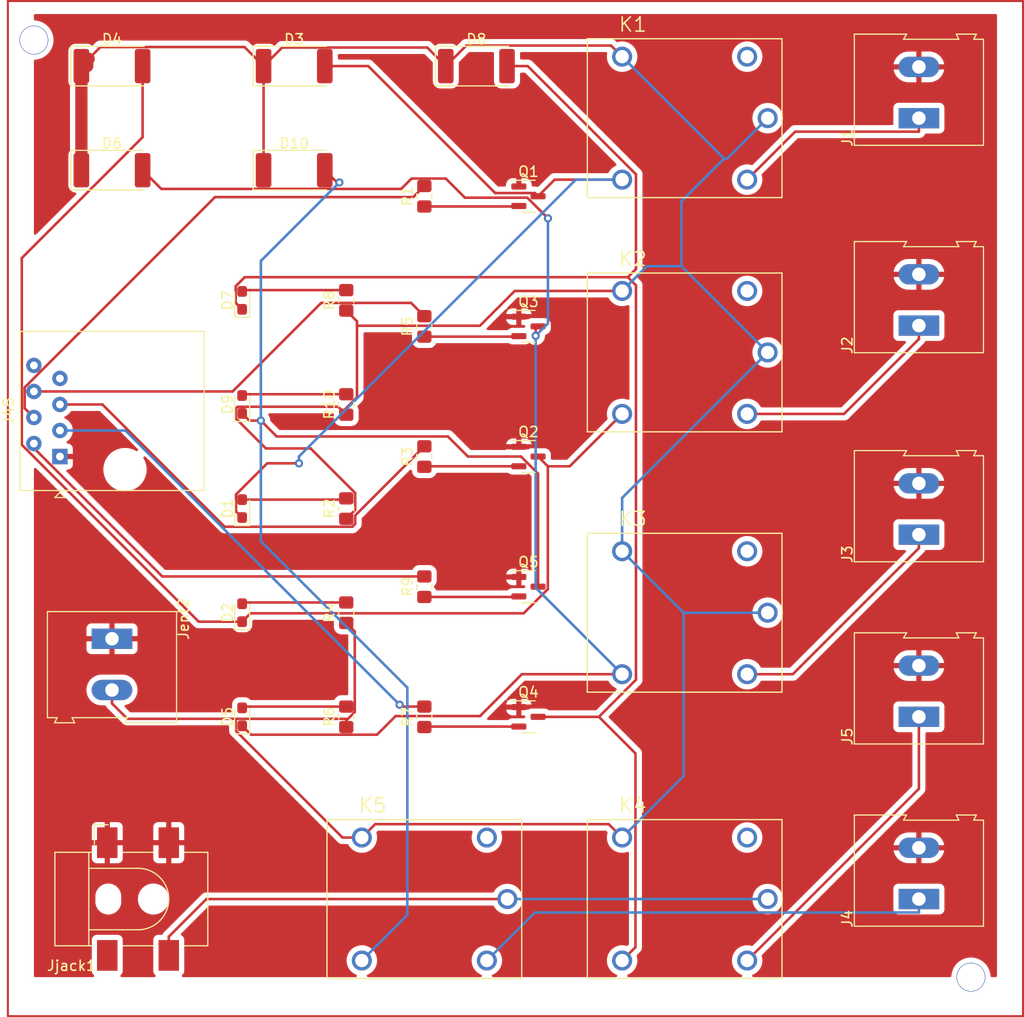
<source format=kicad_pcb>
(kicad_pcb (version 20211014) (generator pcbnew)
  (layers (0 "F.Cu" signal) (31 "B.Cu" signal) (34 "B.Paste" user) (35 "F.Paste" user) (36 "B.SilkS" user "B.Silkscreen") (37 "F.SilkS" user "F.Silkscreen") (38 "B.Mask" user) (39 "F.Mask" user) (44 "Edge.Cuts" user))
  (net 0 "")
  (net 1 "Net-(D1-Pad1)")
  (net 2 "Net-(D1-Pad2)")
  (net 3 "Net-(D2-Pad1)")
  (net 4 "Net-(D2-Pad2)")
  (net 5 "Net-(D5-Pad1)")
  (net 6 "Net-(D5-Pad2)")
  (net 7 "Net-(D7-Pad1)")
  (net 8 "Net-(D7-Pad2)")
  (net 9 "Net-(D10-Pad2)")
  (net 10 "Net-(D9-Pad2)")
  (net 11 "Net-(J1-Pad1)")
  (net 12 "GNDA")
  (net 13 "Net-(J2-Pad1)")
  (net 14 "Net-(J3-Pad1)")
  (net 15 "Net-(J4-Pad1)")
  (net 16 "Net-(J5-Pad1)")
  (net 17 "/ElectroV_Potencia/VCC_12")
  (net 23 "Net-(Q1-Pad2)")
  (net 24 "Net-(Q2-Pad2)")
  (net 25 "Net-(Q3-Pad2)")
  (net 26 "Net-(Q4-Pad2)")
  (net 27 "Net-(Q5-Pad2)")
  (net 28 "/Potencia_Boma/Cb_1")
  (net 29 "/Potencia_Boma/Cb_2")
  (net 30 "/Potencia_Boma/Cb_3")
  (net 31 "/ElectroV_Potencia/Ev_1")
  (net 32 "/ElectroV_Potencia/Ev_2")
  (net 35 "/ElectroV_Potencia/VCC_5")
  (footprint "LED_SMD:LED_0603_1608Metric_Pad1.05x0.95mm_HandSolder" (layer "F.Cu") (at 55.88 53.34 90)
    (fp_text reference "D7" (at 0 -1.43 90) (layer "F.SilkS"))
    (fp_text value "LED")
    (pad "1" smd roundrect (at -0.875 0 90) (size 1.05 0.95) (layers "F.Cu" "F.Paste" "F.Mask") (net 7 "Net-(D7-Pad1)"))
    (pad "2" smd roundrect (at 0.875 0 90) (size 1.05 0.95) (layers "F.Cu" "F.Paste" "F.Mask") (net 8 "Net-(D7-Pad2)"))
  )
  (footprint "Connector_BarrelJack:BarrelJack_CLIFF_FC681465S_SMT_Horizontal" (layer "F.Cu") (at 45.72 111.76)
    (fp_text reference "Jjack1" (at -6.5 6.5 180) (layer "F.SilkS"))
    (fp_text value "Jack-DC")
    (pad "" np_thru_hole circle (at 1.5 0 90) (size 2 2) (drill 2) (layers *.Cu *.Mask))
    (pad "" np_thru_hole oval (at -2.9 0 90) (size 2 1.5) (drill oval 2 1.5) (layers *.Cu *.Mask))
    (pad "1" smd rect (at -3 -5.5 90) (size 3 2) (layers "F.Cu" "F.Paste" "F.Mask") (net 12 "GNDA"))
    (pad "1" smd rect (at 3 -5.5 90) (size 3 2) (layers "F.Cu" "F.Paste" "F.Mask") (net 12 "GNDA"))
    (pad "2" smd rect (at 3 5.5 90) (size 3 2) (layers "F.Cu" "F.Paste" "F.Mask") (net 17 "/ElectroV_Potencia/VCC_12"))
    (pad "3" smd rect (at -3 5.5 90) (size 3 2) (layers "F.Cu" "F.Paste" "F.Mask"))
  )
  (footprint "JQC-3F-1C:RELAY_JQC-3F-1C-24VDC" (layer "F.Cu") (at 99.06 35.56)
    (fp_text reference "K1" (at -5.055 -9.139) (layer "F.SilkS") (effects (font (size 1.4 1.4))))
    (fp_text value "JQC-3F-1C-24VDC")
    (pad "COIL1" thru_hole circle (at -6.1 -6) (size 1.95 1.95) (drill 1.3) (layers *.Cu *.Mask) (net 35 "/ElectroV_Potencia/VCC_5"))
    (pad "COIL2" thru_hole circle (at -6.1 6) (size 1.95 1.95) (drill 1.3) (layers *.Cu *.Mask) (net 1 "Net-(D1-Pad1)"))
    (pad "COM" thru_hole circle (at 8.1 0) (size 1.95 1.95) (drill 1.3) (layers *.Cu *.Mask) (net 35 "/ElectroV_Potencia/VCC_5"))
    (pad "NC" thru_hole circle (at 6.1 -6) (size 1.95 1.95) (drill 1.3) (layers *.Cu *.Mask))
    (pad "NO" thru_hole circle (at 6.1 6) (size 1.95 1.95) (drill 1.3) (layers *.Cu *.Mask) (net 11 "Net-(J1-Pad1)"))
  )
  (footprint "TerminalBlock:TerminalBlock_Altech_AK300-2_P5.00mm" (layer "F.Cu") (at 43.18 86.36 -90)
    (fp_text reference "Jent2" (at -1.92 -6.99 90) (layer "F.SilkS"))
    (fp_text value "Screw_Terminal_01x02")
    (pad "1" thru_hole rect (at 0 0 270) (size 1.98 3.96) (drill 1.32) (layers *.Cu *.Mask) (net 12 "GNDA"))
    (pad "2" thru_hole oval (at 5 0 270) (size 1.98 3.96) (drill 1.32) (layers *.Cu *.Mask) (net 35 "/ElectroV_Potencia/VCC_5"))
  )
  (footprint "Resistor_SMD:R_0805_2012Metric_Pad1.20x1.40mm_HandSolder" (layer "F.Cu") (at 66.04 53.34 90)
    (fp_text reference "R8" (at 0 -1.65 90) (layer "F.SilkS"))
    (fp_text value "1k")
    (pad "1" smd roundrect (at -1 0 90) (size 1.2 1.4) (layers "F.Cu" "F.Paste" "F.Mask") (roundrect_rratio 0.208333) (net 35 "/ElectroV_Potencia/VCC_5"))
    (pad "2" smd roundrect (at 1 0 90) (size 1.2 1.4) (layers "F.Cu" "F.Paste" "F.Mask") (roundrect_rratio 0.208333) (net 8 "Net-(D7-Pad2)"))
  )
  (footprint "LED_SMD:LED_0603_1608Metric_Pad1.05x0.95mm_HandSolder" (layer "F.Cu") (at 55.88 93.98 90)
    (fp_text reference "D5" (at 0 -1.43 90) (layer "F.SilkS"))
    (fp_text value "LED")
    (pad "1" smd roundrect (at -0.875 0 90) (size 1.05 0.95) (layers "F.Cu" "F.Paste" "F.Mask") (net 5 "Net-(D5-Pad1)"))
    (pad "2" smd roundrect (at 0.875 0 90) (size 1.05 0.95) (layers "F.Cu" "F.Paste" "F.Mask") (net 6 "Net-(D5-Pad2)"))
  )
  (footprint "TerminalBlock:TerminalBlock_Altech_AK300-2_P5.00mm" (layer "F.Cu") (at 121.92 55.8 90)
    (fp_text reference "J2" (at -1.92 -6.99 90) (layer "F.SilkS"))
    (fp_text value "Screw_Terminal_01x02")
    (pad "1" thru_hole rect (at 0 0 90) (size 1.98 3.96) (drill 1.32) (layers *.Cu *.Mask) (net 13 "Net-(J2-Pad1)"))
    (pad "2" thru_hole oval (at 5 0 90) (size 1.98 3.96) (drill 1.32) (layers *.Cu *.Mask) (net 12 "GNDA"))
  )
  (footprint "Resistor_SMD:R_0805_2012Metric_Pad1.20x1.40mm_HandSolder" (layer "F.Cu") (at 73.66 68.58 90)
    (fp_text reference "R3" (at 0 -1.65 90) (layer "F.SilkS"))
    (fp_text value "2.2k")
    (pad "1" smd roundrect (at -1 0 90) (size 1.2 1.4) (layers "F.Cu" "F.Paste" "F.Mask") (roundrect_rratio 0.208333) (net 24 "Net-(Q2-Pad2)"))
    (pad "2" smd roundrect (at 1 0 90) (size 1.2 1.4) (layers "F.Cu" "F.Paste" "F.Mask") (roundrect_rratio 0.208333) (net 29 "/Potencia_Boma/Cb_2"))
  )
  (footprint "Package_TO_SOT_SMD:SOT-23" (layer "F.Cu") (at 83.82 68.58)
    (fp_text reference "Q2" (at 0 -2.4) (layer "F.SilkS"))
    (fp_text value "2N2219")
    (pad "1" smd roundrect (at -0.9375 -0.95) (size 1.475 0.6) (layers "F.Cu" "F.Paste" "F.Mask") (net 12 "GNDA"))
    (pad "2" smd roundrect (at -0.9375 0.95) (size 1.475 0.6) (layers "F.Cu" "F.Paste" "F.Mask") (net 24 "Net-(Q2-Pad2)"))
    (pad "3" smd roundrect (at 0.9375 0) (size 1.475 0.6) (layers "F.Cu" "F.Paste" "F.Mask") (net 3 "Net-(D2-Pad1)"))
  )
  (footprint "TerminalBlock:TerminalBlock_Altech_AK300-2_P5.00mm" (layer "F.Cu") (at 121.92 76.2 90)
    (fp_text reference "J3" (at -1.92 -6.99 90) (layer "F.SilkS"))
    (fp_text value "Screw_Terminal_01x02")
    (pad "1" thru_hole rect (at 0 0 90) (size 1.98 3.96) (drill 1.32) (layers *.Cu *.Mask) (net 14 "Net-(J3-Pad1)"))
    (pad "2" thru_hole oval (at 5 0 90) (size 1.98 3.96) (drill 1.32) (layers *.Cu *.Mask) (net 12 "GNDA"))
  )
  (footprint "Package_TO_SOT_SMD:SOT-23" (layer "F.Cu") (at 83.82 43.18)
    (fp_text reference "Q1" (at 0 -2.4) (layer "F.SilkS"))
    (fp_text value "2N2219")
    (pad "1" smd roundrect (at -0.9375 -0.95) (size 1.475 0.6) (layers "F.Cu" "F.Paste" "F.Mask") (net 12 "GNDA"))
    (pad "2" smd roundrect (at -0.9375 0.95) (size 1.475 0.6) (layers "F.Cu" "F.Paste" "F.Mask") (net 23 "Net-(Q1-Pad2)"))
    (pad "3" smd roundrect (at 0.9375 0) (size 1.475 0.6) (layers "F.Cu" "F.Paste" "F.Mask") (net 1 "Net-(D1-Pad1)"))
  )
  (footprint "JQC-3F-1C:RELAY_JQC-3F-1C-24VDC" (layer "F.Cu") (at 73.66 111.76)
    (fp_text reference "K5" (at -5.055 -9.139) (layer "F.SilkS") (effects (font (size 1.4 1.4))))
    (fp_text value "JQC-3F-1C-24VDC")
    (pad "COIL1" thru_hole circle (at -6.1 -6) (size 1.95 1.95) (drill 1.3) (layers *.Cu *.Mask) (net 35 "/ElectroV_Potencia/VCC_5"))
    (pad "COIL2" thru_hole circle (at -6.1 6) (size 1.95 1.95) (drill 1.3) (layers *.Cu *.Mask) (net 9 "Net-(D10-Pad2)"))
    (pad "COM" thru_hole circle (at 8.1 0) (size 1.95 1.95) (drill 1.3) (layers *.Cu *.Mask) (net 17 "/ElectroV_Potencia/VCC_12"))
    (pad "NC" thru_hole circle (at 6.1 -6) (size 1.95 1.95) (drill 1.3) (layers *.Cu *.Mask))
    (pad "NO" thru_hole circle (at 6.1 6) (size 1.95 1.95) (drill 1.3) (layers *.Cu *.Mask) (net 15 "Net-(J4-Pad1)"))
  )
  (footprint "Connector_RJ:RJ45_Amphenol_54602-x08_Horizontal" (layer "F.Cu") (at 38.1 68.58 90)
    (fp_text reference "J45" (at 4.445 -5 90) (layer "F.SilkS"))
    (fp_text value "RJ45")
    (pad "" np_thru_hole circle (at -1.27 6.35 90) (size 3.2 3.2) (drill 3.2) (layers *.Cu *.Mask))
    (pad "" np_thru_hole circle (at 10.16 6.35 90) (size 3.2 3.2) (drill 3.2) (layers *.Cu *.Mask))
    (pad "1" thru_hole rect (at 0 0 90) (size 1.5 1.5) (drill 0.76) (layers *.Cu *.Mask) (net 12 "GNDA"))
    (pad "2" thru_hole circle (at 1.27 -2.54 90) (size 1.5 1.5) (drill 0.76) (layers *.Cu *.Mask) (net 32 "/ElectroV_Potencia/Ev_2"))
    (pad "3" thru_hole circle (at 2.54 0 90) (size 1.5 1.5) (drill 0.76) (layers *.Cu *.Mask) (net 31 "/ElectroV_Potencia/Ev_1"))
    (pad "4" thru_hole circle (at 3.81 -2.54 90) (size 1.5 1.5) (drill 0.76) (layers *.Cu *.Mask) (net 28 "/Potencia_Boma/Cb_1"))
    (pad "5" thru_hole circle (at 5.08 0 90) (size 1.5 1.5) (drill 0.76) (layers *.Cu *.Mask) (net 29 "/Potencia_Boma/Cb_2"))
    (pad "6" thru_hole circle (at 6.35 -2.54 90) (size 1.5 1.5) (drill 0.76) (layers *.Cu *.Mask) (net 30 "/Potencia_Boma/Cb_3"))
    (pad "7" thru_hole circle (at 7.62 0 90) (size 1.5 1.5) (drill 0.76) (layers *.Cu *.Mask))
    (pad "8" thru_hole circle (at 8.89 -2.54 90) (size 1.5 1.5) (drill 0.76) (layers *.Cu *.Mask))
  )
  (footprint "JQC-3F-1C:RELAY_JQC-3F-1C-24VDC" (layer "F.Cu") (at 99.06 58.42)
    (fp_text reference "K2" (at -5.055 -9.139) (layer "F.SilkS") (effects (font (size 1.4 1.4))))
    (fp_text value "JQC-3F-1C-24VDC")
    (pad "COIL1" thru_hole circle (at -6.1 -6) (size 1.95 1.95) (drill 1.3) (layers *.Cu *.Mask) (net 35 "/ElectroV_Potencia/VCC_5"))
    (pad "COIL2" thru_hole circle (at -6.1 6) (size 1.95 1.95) (drill 1.3) (layers *.Cu *.Mask) (net 3 "Net-(D2-Pad1)"))
    (pad "COM" thru_hole circle (at 8.1 0) (size 1.95 1.95) (drill 1.3) (layers *.Cu *.Mask) (net 35 "/ElectroV_Potencia/VCC_5"))
    (pad "NC" thru_hole circle (at 6.1 -6) (size 1.95 1.95) (drill 1.3) (layers *.Cu *.Mask))
    (pad "NO" thru_hole circle (at 6.1 6) (size 1.95 1.95) (drill 1.3) (layers *.Cu *.Mask) (net 13 "Net-(J2-Pad1)"))
  )
  (footprint "Resistor_SMD:R_0805_2012Metric_Pad1.20x1.40mm_HandSolder" (layer "F.Cu") (at 66.04 93.98 90)
    (fp_text reference "R6" (at 0 -1.65 90) (layer "F.SilkS"))
    (fp_text value "1k")
    (pad "1" smd roundrect (at -1 0 90) (size 1.2 1.4) (layers "F.Cu" "F.Paste" "F.Mask") (roundrect_rratio 0.208333) (net 35 "/ElectroV_Potencia/VCC_5"))
    (pad "2" smd roundrect (at 1 0 90) (size 1.2 1.4) (layers "F.Cu" "F.Paste" "F.Mask") (roundrect_rratio 0.208333) (net 6 "Net-(D5-Pad2)"))
  )
  (footprint "TerminalBlock:TerminalBlock_Altech_AK300-2_P5.00mm" (layer "F.Cu") (at 121.92 93.98 90)
    (fp_text reference "J5" (at -1.92 -6.99 90) (layer "F.SilkS"))
    (fp_text value "Screw_Terminal_01x02")
    (pad "1" thru_hole rect (at 0 0 90) (size 1.98 3.96) (drill 1.32) (layers *.Cu *.Mask) (net 16 "Net-(J5-Pad1)"))
    (pad "2" thru_hole oval (at 5 0 90) (size 1.98 3.96) (drill 1.32) (layers *.Cu *.Mask) (net 12 "GNDA"))
  )
  (footprint "Resistor_SMD:R_0805_2012Metric_Pad1.20x1.40mm_HandSolder" (layer "F.Cu") (at 73.66 93.98 90)
    (fp_text reference "R7" (at 0 -1.65 90) (layer "F.SilkS"))
    (fp_text value "2.2k")
    (pad "1" smd roundrect (at -1 0 90) (size 1.2 1.4) (layers "F.Cu" "F.Paste" "F.Mask") (roundrect_rratio 0.208333) (net 26 "Net-(Q4-Pad2)"))
    (pad "2" smd roundrect (at 1 0 90) (size 1.2 1.4) (layers "F.Cu" "F.Paste" "F.Mask") (roundrect_rratio 0.208333) (net 31 "/ElectroV_Potencia/Ev_1"))
  )
  (footprint "Diode_SMD:D_2512_6332Metric_Pad1.52x3.35mm_HandSolder" (layer "F.Cu") (at 60.96 40.64)
    (fp_text reference "D10" (at 0 -2.62) (layer "F.SilkS"))
    (fp_text value "1N4004")
    (pad "1" smd roundrect (at -2.9875 0) (size 1.525 3.35) (layers "F.Cu" "F.Paste" "F.Mask") (roundrect_rratio 0.163934) (net 35 "/ElectroV_Potencia/VCC_5"))
    (pad "2" smd roundrect (at 2.9875 0) (size 1.525 3.35) (layers "F.Cu" "F.Paste" "F.Mask") (roundrect_rratio 0.163934) (net 9 "Net-(D10-Pad2)"))
  )
  (footprint "Resistor_SMD:R_0805_2012Metric_Pad1.20x1.40mm_HandSolder" (layer "F.Cu") (at 73.66 43.18 90)
    (fp_text reference "R1" (at 0 -1.65 90) (layer "F.SilkS"))
    (fp_text value "2.2k")
    (pad "1" smd roundrect (at -1 0 90) (size 1.2 1.4) (layers "F.Cu" "F.Paste" "F.Mask") (roundrect_rratio 0.208333) (net 23 "Net-(Q1-Pad2)"))
    (pad "2" smd roundrect (at 1 0 90) (size 1.2 1.4) (layers "F.Cu" "F.Paste" "F.Mask") (roundrect_rratio 0.208333) (net 28 "/Potencia_Boma/Cb_1"))
  )
  (footprint "Diode_SMD:D_2512_6332Metric_Pad1.52x3.35mm_HandSolder" (layer "F.Cu") (at 78.74 30.48)
    (fp_text reference "D8" (at 0 -2.62) (layer "F.SilkS"))
    (fp_text value "1N4004")
    (pad "1" smd roundrect (at -2.9875 0) (size 1.525 3.35) (layers "F.Cu" "F.Paste" "F.Mask") (roundrect_rratio 0.163934) (net 35 "/ElectroV_Potencia/VCC_5"))
    (pad "2" smd roundrect (at 2.9875 0) (size 1.525 3.35) (layers "F.Cu" "F.Paste" "F.Mask") (roundrect_rratio 0.163934) (net 7 "Net-(D7-Pad1)"))
  )
  (footprint "Resistor_SMD:R_0805_2012Metric_Pad1.20x1.40mm_HandSolder" (layer "F.Cu") (at 73.66 81.28 90)
    (fp_text reference "R9" (at 0 -1.65 90) (layer "F.SilkS"))
    (fp_text value "2.2k")
    (pad "1" smd roundrect (at -1 0 90) (size 1.2 1.4) (layers "F.Cu" "F.Paste" "F.Mask") (roundrect_rratio 0.208333) (net 27 "Net-(Q5-Pad2)"))
    (pad "2" smd roundrect (at 1 0 90) (size 1.2 1.4) (layers "F.Cu" "F.Paste" "F.Mask") (roundrect_rratio 0.208333) (net 32 "/ElectroV_Potencia/Ev_2"))
  )
  (footprint "LED_SMD:LED_0603_1608Metric_Pad1.05x0.95mm_HandSolder" (layer "F.Cu") (at 55.88 83.82 90)
    (fp_text reference "D2" (at 0 -1.43 90) (layer "F.SilkS"))
    (fp_text value "LED")
    (pad "1" smd roundrect (at -0.875 0 90) (size 1.05 0.95) (layers "F.Cu" "F.Paste" "F.Mask") (net 3 "Net-(D2-Pad1)"))
    (pad "2" smd roundrect (at 0.875 0 90) (size 1.05 0.95) (layers "F.Cu" "F.Paste" "F.Mask") (net 4 "Net-(D2-Pad2)"))
  )
  (footprint "JQC-3F-1C:RELAY_JQC-3F-1C-24VDC" (layer "F.Cu") (at 99.06 83.82)
    (fp_text reference "K3" (at -5.055 -9.139) (layer "F.SilkS") (effects (font (size 1.4 1.4))))
    (fp_text value "JQC-3F-1C-24VDC")
    (pad "COIL1" thru_hole circle (at -6.1 -6) (size 1.95 1.95) (drill 1.3) (layers *.Cu *.Mask) (net 35 "/ElectroV_Potencia/VCC_5"))
    (pad "COIL2" thru_hole circle (at -6.1 6) (size 1.95 1.95) (drill 1.3) (layers *.Cu *.Mask) (net 5 "Net-(D5-Pad1)"))
    (pad "COM" thru_hole circle (at 8.1 0) (size 1.95 1.95) (drill 1.3) (layers *.Cu *.Mask) (net 35 "/ElectroV_Potencia/VCC_5"))
    (pad "NC" thru_hole circle (at 6.1 -6) (size 1.95 1.95) (drill 1.3) (layers *.Cu *.Mask))
    (pad "NO" thru_hole circle (at 6.1 6) (size 1.95 1.95) (drill 1.3) (layers *.Cu *.Mask) (net 14 "Net-(J3-Pad1)"))
  )
  (footprint "TerminalBlock:TerminalBlock_Altech_AK300-2_P5.00mm" (layer "F.Cu") (at 121.92 111.76 90)
    (fp_text reference "J4" (at -1.92 -6.99 90) (layer "F.SilkS"))
    (fp_text value "Screw_Terminal_01x02")
    (pad "1" thru_hole rect (at 0 0 90) (size 1.98 3.96) (drill 1.32) (layers *.Cu *.Mask) (net 15 "Net-(J4-Pad1)"))
    (pad "2" thru_hole oval (at 5 0 90) (size 1.98 3.96) (drill 1.32) (layers *.Cu *.Mask) (net 12 "GNDA"))
  )
  (footprint "Package_TO_SOT_SMD:SOT-23" (layer "F.Cu") (at 83.82 93.98)
    (fp_text reference "Q4" (at 0 -2.4) (layer "F.SilkS"))
    (fp_text value "2N2219")
    (pad "1" smd roundrect (at -0.9375 -0.95) (size 1.475 0.6) (layers "F.Cu" "F.Paste" "F.Mask") (net 12 "GNDA"))
    (pad "2" smd roundrect (at -0.9375 0.95) (size 1.475 0.6) (layers "F.Cu" "F.Paste" "F.Mask") (net 26 "Net-(Q4-Pad2)"))
    (pad "3" smd roundrect (at 0.9375 0) (size 1.475 0.6) (layers "F.Cu" "F.Paste" "F.Mask") (net 7 "Net-(D7-Pad1)"))
  )
  (footprint "Package_TO_SOT_SMD:SOT-23" (layer "F.Cu") (at 83.82 55.88)
    (fp_text reference "Q3" (at 0 -2.4) (layer "F.SilkS"))
    (fp_text value "2N2219")
    (pad "1" smd roundrect (at -0.9375 -0.95) (size 1.475 0.6) (layers "F.Cu" "F.Paste" "F.Mask") (net 12 "GNDA"))
    (pad "2" smd roundrect (at -0.9375 0.95) (size 1.475 0.6) (layers "F.Cu" "F.Paste" "F.Mask") (net 25 "Net-(Q3-Pad2)"))
    (pad "3" smd roundrect (at 0.9375 0) (size 1.475 0.6) (layers "F.Cu" "F.Paste" "F.Mask") (net 5 "Net-(D5-Pad1)"))
  )
  (footprint "Resistor_SMD:R_0805_2012Metric_Pad1.20x1.40mm_HandSolder" (layer "F.Cu") (at 66.04 83.82 90)
    (fp_text reference "R4" (at 0 -1.65 90) (layer "F.SilkS"))
    (fp_text value "1k")
    (pad "1" smd roundrect (at -1 0 90) (size 1.2 1.4) (layers "F.Cu" "F.Paste" "F.Mask") (roundrect_rratio 0.208333) (net 35 "/ElectroV_Potencia/VCC_5"))
    (pad "2" smd roundrect (at 1 0 90) (size 1.2 1.4) (layers "F.Cu" "F.Paste" "F.Mask") (roundrect_rratio 0.208333) (net 4 "Net-(D2-Pad2)"))
  )
  (footprint "TerminalBlock:TerminalBlock_Altech_AK300-2_P5.00mm" (layer "F.Cu") (at 121.92 35.56 90)
    (fp_text reference "J1" (at -1.92 -6.99 90) (layer "F.SilkS"))
    (fp_text value "Screw_Terminal_01x02")
    (pad "1" thru_hole rect (at 0 0 90) (size 1.98 3.96) (drill 1.32) (layers *.Cu *.Mask) (net 11 "Net-(J1-Pad1)"))
    (pad "2" thru_hole oval (at 5 0 90) (size 1.98 3.96) (drill 1.32) (layers *.Cu *.Mask) (net 12 "GNDA"))
  )
  (footprint "Diode_SMD:D_2512_6332Metric_Pad1.52x3.35mm_HandSolder" (layer "F.Cu") (at 60.96 30.48)
    (fp_text reference "D3" (at 0 -2.62) (layer "F.SilkS"))
    (fp_text value "1N4004")
    (pad "1" smd roundrect (at -2.9875 0) (size 1.525 3.35) (layers "F.Cu" "F.Paste" "F.Mask") (roundrect_rratio 0.163934) (net 35 "/ElectroV_Potencia/VCC_5"))
    (pad "2" smd roundrect (at 2.9875 0) (size 1.525 3.35) (layers "F.Cu" "F.Paste" "F.Mask") (roundrect_rratio 0.163934) (net 1 "Net-(D1-Pad1)"))
  )
  (footprint "Resistor_SMD:R_0805_2012Metric_Pad1.20x1.40mm_HandSolder" (layer "F.Cu") (at 66.04 73.66 90)
    (fp_text reference "R2" (at 0 -1.65 90) (layer "F.SilkS"))
    (fp_text value "1k")
    (pad "1" smd roundrect (at -1 0 90) (size 1.2 1.4) (layers "F.Cu" "F.Paste" "F.Mask") (roundrect_rratio 0.208333) (net 35 "/ElectroV_Potencia/VCC_5"))
    (pad "2" smd roundrect (at 1 0 90) (size 1.2 1.4) (layers "F.Cu" "F.Paste" "F.Mask") (roundrect_rratio 0.208333) (net 2 "Net-(D1-Pad2)"))
  )
  (footprint "JQC-3F-1C:RELAY_JQC-3F-1C-24VDC" (layer "F.Cu") (at 99.06 111.76)
    (fp_text reference "K4" (at -5.055 -9.139) (layer "F.SilkS") (effects (font (size 1.4 1.4))))
    (fp_text value "JQC-3F-1C-24VDC")
    (pad "COIL1" thru_hole circle (at -6.1 -6) (size 1.95 1.95) (drill 1.3) (layers *.Cu *.Mask) (net 35 "/ElectroV_Potencia/VCC_5"))
    (pad "COIL2" thru_hole circle (at -6.1 6) (size 1.95 1.95) (drill 1.3) (layers *.Cu *.Mask) (net 7 "Net-(D7-Pad1)"))
    (pad "COM" thru_hole circle (at 8.1 0) (size 1.95 1.95) (drill 1.3) (layers *.Cu *.Mask) (net 17 "/ElectroV_Potencia/VCC_12"))
    (pad "NC" thru_hole circle (at 6.1 -6) (size 1.95 1.95) (drill 1.3) (layers *.Cu *.Mask))
    (pad "NO" thru_hole circle (at 6.1 6) (size 1.95 1.95) (drill 1.3) (layers *.Cu *.Mask) (net 16 "Net-(J5-Pad1)"))
  )
  (footprint "Diode_SMD:D_2512_6332Metric_Pad1.52x3.35mm_HandSolder" (layer "F.Cu") (at 43.18 40.64)
    (fp_text reference "D6" (at 0 -2.62) (layer "F.SilkS"))
    (fp_text value "1N4004")
    (pad "1" smd roundrect (at -2.9875 0) (size 1.525 3.35) (layers "F.Cu" "F.Paste" "F.Mask") (roundrect_rratio 0.163934) (net 35 "/ElectroV_Potencia/VCC_5"))
    (pad "2" smd roundrect (at 2.9875 0) (size 1.525 3.35) (layers "F.Cu" "F.Paste" "F.Mask") (roundrect_rratio 0.163934) (net 5 "Net-(D5-Pad1)"))
  )
  (footprint "LED_SMD:LED_0603_1608Metric_Pad1.05x0.95mm_HandSolder" (layer "F.Cu") (at 55.88 63.5 90)
    (fp_text reference "D9" (at 0 -1.43 90) (layer "F.SilkS"))
    (fp_text value "LED")
    (pad "1" smd roundrect (at -0.875 0 90) (size 1.05 0.95) (layers "F.Cu" "F.Paste" "F.Mask") (net 9 "Net-(D10-Pad2)"))
    (pad "2" smd roundrect (at 0.875 0 90) (size 1.05 0.95) (layers "F.Cu" "F.Paste" "F.Mask") (net 10 "Net-(D9-Pad2)"))
  )
  (footprint "LED_SMD:LED_0603_1608Metric_Pad1.05x0.95mm_HandSolder" (layer "F.Cu") (at 55.88 73.66 90)
    (fp_text reference "D1" (at 0 -1.43 90) (layer "F.SilkS"))
    (fp_text value "LED")
    (pad "1" smd roundrect (at -0.875 0 90) (size 1.05 0.95) (layers "F.Cu" "F.Paste" "F.Mask") (net 1 "Net-(D1-Pad1)"))
    (pad "2" smd roundrect (at 0.875 0 90) (size 1.05 0.95) (layers "F.Cu" "F.Paste" "F.Mask") (net 2 "Net-(D1-Pad2)"))
  )
  (footprint "Resistor_SMD:R_0805_2012Metric_Pad1.20x1.40mm_HandSolder" (layer "F.Cu") (at 73.66 55.88 90)
    (fp_text reference "R5" (at 0 -1.65 90) (layer "F.SilkS"))
    (fp_text value "2.2k")
    (pad "1" smd roundrect (at -1 0 90) (size 1.2 1.4) (layers "F.Cu" "F.Paste" "F.Mask") (roundrect_rratio 0.208333) (net 25 "Net-(Q3-Pad2)"))
    (pad "2" smd roundrect (at 1 0 90) (size 1.2 1.4) (layers "F.Cu" "F.Paste" "F.Mask") (roundrect_rratio 0.208333) (net 30 "/Potencia_Boma/Cb_3"))
  )
  (footprint "Diode_SMD:D_2512_6332Metric_Pad1.52x3.35mm_HandSolder" (layer "F.Cu") (at 43.18 30.48)
    (fp_text reference "D4" (at 0 -2.62) (layer "F.SilkS"))
    (fp_text value "1N4004")
    (pad "1" smd roundrect (at -2.9875 0) (size 1.525 3.35) (layers "F.Cu" "F.Paste" "F.Mask") (roundrect_rratio 0.163934) (net 35 "/ElectroV_Potencia/VCC_5"))
    (pad "2" smd roundrect (at 2.9875 0) (size 1.525 3.35) (layers "F.Cu" "F.Paste" "F.Mask") (roundrect_rratio 0.163934) (net 3 "Net-(D2-Pad1)"))
  )
  (footprint "Resistor_SMD:R_0805_2012Metric_Pad1.20x1.40mm_HandSolder" (layer "F.Cu") (at 66.04 63.5 90)
    (fp_text reference "R10" (at 0 -1.65 90) (layer "F.SilkS"))
    (fp_text value "1k")
    (pad "1" smd roundrect (at -1 0 90) (size 1.2 1.4) (layers "F.Cu" "F.Paste" "F.Mask") (roundrect_rratio 0.208333) (net 35 "/ElectroV_Potencia/VCC_5"))
    (pad "2" smd roundrect (at 1 0 90) (size 1.2 1.4) (layers "F.Cu" "F.Paste" "F.Mask") (roundrect_rratio 0.208333) (net 10 "Net-(D9-Pad2)"))
  )
  (footprint "Package_TO_SOT_SMD:SOT-23" (layer "F.Cu") (at 83.82 81.28)
    (fp_text reference "Q5" (at 0 -2.4) (layer "F.SilkS"))
    (fp_text value "2N2219")
    (pad "1" smd roundrect (at -0.9375 -0.95) (size 1.475 0.6) (layers "F.Cu" "F.Paste" "F.Mask") (net 12 "GNDA"))
    (pad "2" smd roundrect (at -0.9375 0.95) (size 1.475 0.6) (layers "F.Cu" "F.Paste" "F.Mask") (net 27 "Net-(Q5-Pad2)"))
    (pad "3" smd roundrect (at 0.9375 0) (size 1.475 0.6) (layers "F.Cu" "F.Paste" "F.Mask") (net 9 "Net-(D10-Pad2)"))
  )
  (gr_rect (start 33.02 24.13) (end 132.08 123.19) (layer "F.Cu") (width 0.2) (fill none))
  (via (at 35.56 27.94) (size 2.8) (drill 2.7) (layers "F.Cu" "B.Cu") (net 0))
  (via (at 127 119.38) (size 2.8) (drill 2.7) (layers "F.Cu" "B.Cu") (net 0))
  (segment (start 63.9475 30.48) (end 68.1873 30.48) (width 0.25) (layer "F.Cu") (net 1))
  (segment (start 55.279 72.2866) (end 58.3233 69.2423) (width 0.25) (layer "F.Cu") (net 1))
  (segment (start 55.279 73.934) (end 55.279 72.2866) (width 0.25) (layer "F.Cu") (net 1))
  (segment (start 68.1873 30.48) (end 80.5762 42.8689) (width 0.25) (layer "F.Cu") (net 1))
  (segment (start 58.3233 69.2423) (end 61.4253 69.2423) (width 0.25) (layer "F.Cu") (net 1))
  (segment (start 84.4464 42.8689) (end 84.7575 43.18) (width 0.25) (layer "F.Cu") (net 1))
  (segment (start 86.3775 41.56) (end 84.7575 43.18) (width 0.25) (layer "F.Cu") (net 1))
  (segment (start 92.96 41.56) (end 86.3775 41.56) (width 0.25) (layer "F.Cu") (net 1))
  (segment (start 80.5762 42.8689) (end 84.4464 42.8689) (width 0.25) (layer "F.Cu") (net 1))
  (segment (start 55.88 74.535) (end 55.279 73.934) (width 0.25) (layer "F.Cu") (net 1))
  (via (at 61.4253 69.2423) (size 0.8) (drill 0.4) (layers "F.Cu" "B.Cu") (net 1))
  (segment (start 88.4406 41.56) (end 92.96 41.56) (width 0.25) (layer "B.Cu") (net 1))
  (segment (start 61.4253 68.5753) (end 88.4406 41.56) (width 0.25) (layer "B.Cu") (net 1))
  (segment (start 61.4253 69.2423) (end 61.4253 68.5753) (width 0.25) (layer "B.Cu") (net 1))
  (segment (start 65.915 72.785) (end 66.04 72.66) (width 0.25) (layer "F.Cu") (net 2))
  (segment (start 55.88 72.785) (end 65.915 72.785) (width 0.25) (layer "F.Cu") (net 2))
  (segment (start 34.3775 49.2075) (end 34.3775 67.4317) (width 0.25) (layer "F.Cu") (net 3))
  (segment (start 87.8478 69.5322) (end 92.96 64.42) (width 0.25) (layer "F.Cu") (net 3))
  (segment (start 83.3491 83.879) (end 85.7097 81.5184) (width 0.25) (layer "F.Cu") (net 3))
  (segment (start 34.3775 67.4317) (end 51.6408 84.695) (width 0.25) (layer "F.Cu") (net 3))
  (segment (start 51.6408 84.695) (end 55.88 84.695) (width 0.25) (layer "F.Cu") (net 3))
  (segment (start 85.7097 81.5184) (end 85.7097 69.5322) (width 0.25) (layer "F.Cu") (net 3))
  (segment (start 46.1675 37.4175) (end 34.3775 49.2075) (width 0.25) (layer "F.Cu") (net 3))
  (segment (start 85.7097 69.5322) (end 87.8478 69.5322) (width 0.25) (layer "F.Cu") (net 3))
  (segment (start 46.1675 30.48) (end 46.1675 37.4175) (width 0.25) (layer "F.Cu") (net 3))
  (segment (start 55.88 84.695) (end 56.696 83.879) (width 0.25) (layer "F.Cu") (net 3))
  (segment (start 56.696 83.879) (end 83.3491 83.879) (width 0.25) (layer "F.Cu") (net 3))
  (segment (start 84.7575 68.58) (end 85.7097 69.5322) (width 0.25) (layer "F.Cu") (net 3))
  (segment (start 66.04 82.82) (end 56.005 82.82) (width 0.25) (layer "F.Cu") (net 4))
  (segment (start 56.005 82.82) (end 55.88 82.945) (width 0.25) (layer "F.Cu") (net 4))
  (segment (start 70.8535 93.9064) (end 69.0386 95.7213) (width 0.25) (layer "F.Cu") (net 5))
  (segment (start 46.1675 40.64) (end 47.9925 42.465) (width 0.25) (layer "F.Cu") (net 5))
  (segment (start 92.96 89.82) (end 83.1793 89.82) (width 0.25) (layer "F.Cu") (net 5))
  (segment (start 83.7071 43.3193) (end 85.721 45.3332) (width 0.25) (layer "F.Cu") (net 5))
  (segment (start 79.0929 93.9064) (end 70.8535 93.9064) (width 0.25) (layer "F.Cu") (net 5))
  (segment (start 84.7575 55.88) (end 84.5216 56.1159) (width 0.25) (layer "F.Cu") (net 5))
  (segment (start 84.5216 56.1159) (end 84.5216 56.7975) (width 0.25) (layer "F.Cu") (net 5))
  (segment (start 77.6208 43.3193) (end 83.7071 43.3193) (width 0.25) (layer "F.Cu") (net 5))
  (segment (start 75.7542 41.4527) (end 77.6208 43.3193) (width 0.25) (layer "F.Cu") (net 5))
  (segment (start 56.7463 95.7213) (end 55.88 94.855) (width 0.25) (layer "F.Cu") (net 5))
  (segment (start 72.4122 41.4527) (end 75.7542 41.4527) (width 0.25) (layer "F.Cu") (net 5))
  (segment (start 71.3999 42.465) (end 72.4122 41.4527) (width 0.25) (layer "F.Cu") (net 5))
  (segment (start 69.0386 95.7213) (end 56.7463 95.7213) (width 0.25) (layer "F.Cu") (net 5))
  (segment (start 83.1793 89.82) (end 79.0929 93.9064) (width 0.25) (layer "F.Cu") (net 5))
  (segment (start 47.9925 42.465) (end 71.3999 42.465) (width 0.25) (layer "F.Cu") (net 5))
  (via (at 85.721 45.3332) (size 0.8) (drill 0.4) (layers "F.Cu" "B.Cu") (net 5))
  (via (at 84.5216 56.7975) (size 0.8) (drill 0.4) (layers "F.Cu" "B.Cu") (net 5))
  (segment (start 92.96 89.82) (end 84.5216 81.3816) (width 0.25) (layer "B.Cu") (net 5))
  (segment (start 85.721 45.3332) (end 85.721 55.5981) (width 0.25) (layer "B.Cu") (net 5))
  (segment (start 84.5216 81.3816) (end 84.5216 56.7975) (width 0.25) (layer "B.Cu") (net 5))
  (segment (start 85.721 55.5981) (end 84.5216 56.7975) (width 0.25) (layer "B.Cu") (net 5))
  (segment (start 66.04 92.98) (end 56.005 92.98) (width 0.25) (layer "F.Cu") (net 6))
  (segment (start 56.005 92.98) (end 55.88 93.105) (width 0.25) (layer "F.Cu") (net 6))
  (segment (start 94.3112 90.3611) (end 90.6923 93.98) (width 0.25) (layer "F.Cu") (net 7))
  (segment (start 55.2477 51.9652) (end 56.1333 51.0796) (width 0.25) (layer "F.Cu") (net 7))
  (segment (start 94.3112 51.8779) (end 94.3112 90.3611) (width 0.25) (layer "F.Cu") (net 7))
  (segment (start 83.7485 30.48) (end 94.3117 41.0432) (width 0.25) (layer "F.Cu") (net 7))
  (segment (start 94.2604 97.5481) (end 90.6923 93.98) (width 0.25) (layer "F.Cu") (net 7))
  (segment (start 92.96 117.76) (end 94.2604 116.4596) (width 0.25) (layer "F.Cu") (net 7))
  (segment (start 93.5129 51.0796) (end 94.3112 51.8779) (width 0.25) (layer "F.Cu") (net 7))
  (segment (start 94.2604 116.4596) (end 94.2604 97.5481) (width 0.25) (layer "F.Cu") (net 7))
  (segment (start 55.2477 53.5827) (end 55.2477 51.9652) (width 0.25) (layer "F.Cu") (net 7))
  (segment (start 55.88 54.215) (end 55.2477 53.5827) (width 0.25) (layer "F.Cu") (net 7))
  (segment (start 56.1333 51.0796) (end 93.5129 51.0796) (width 0.25) (layer "F.Cu") (net 7))
  (segment (start 90.6923 93.98) (end 84.7575 93.98) (width 0.25) (layer "F.Cu") (net 7))
  (segment (start 81.7275 30.48) (end 83.7485 30.48) (width 0.25) (layer "F.Cu") (net 7))
  (segment (start 94.3117 50.2808) (end 93.5129 51.0796) (width 0.25) (layer "F.Cu") (net 7))
  (segment (start 94.3117 41.0432) (end 94.3117 50.2808) (width 0.25) (layer "F.Cu") (net 7))
  (segment (start 55.88 52.465) (end 56.005 52.34) (width 0.25) (layer "F.Cu") (net 8))
  (segment (start 56.005 52.34) (end 66.04 52.34) (width 0.25) (layer "F.Cu") (net 8))
  (segment (start 59.2555 66.6237) (end 57.7075 65.0757) (width 0.25) (layer "F.Cu") (net 9))
  (segment (start 84.7575 81.28) (end 84.7575 70.2471) (width 0.25) (layer "F.Cu") (net 9))
  (segment (start 57.7075 65.0757) (end 56.5807 65.0757) (width 0.25) (layer "F.Cu") (net 9))
  (segment (start 65.1403 41.8328) (end 63.9475 40.64) (width 0.25) (layer "F.Cu") (net 9))
  (segment (start 77.9138 68.58) (end 75.9575 66.6237) (width 0.25) (layer "F.Cu") (net 9))
  (segment (start 84.7575 70.2471) (end 83.0904 68.58) (width 0.25) (layer "F.Cu") (net 9))
  (segment (start 65.3648 41.8328) (end 65.1403 41.8328) (width 0.25) (layer "F.Cu") (net 9))
  (segment (start 56.5807 65.0757) (end 55.88 64.375) (width 0.25) (layer "F.Cu") (net 9))
  (segment (start 83.0904 68.58) (end 77.9138 68.58) (width 0.25) (layer "F.Cu") (net 9))
  (segment (start 75.9575 66.6237) (end 59.2555 66.6237) (width 0.25) (layer "F.Cu") (net 9))
  (via (at 57.7075 65.0757) (size 0.8) (drill 0.4) (layers "F.Cu" "B.Cu") (net 9))
  (via (at 65.3648 41.8328) (size 0.8) (drill 0.4) (layers "F.Cu" "B.Cu") (net 9))
  (segment (start 65.3648 41.8328) (end 57.7075 49.4901) (width 0.25) (layer "B.Cu") (net 9))
  (segment (start 57.7075 76.8392) (end 57.7075 65.0757) (width 0.25) (layer "B.Cu") (net 9))
  (segment (start 67.56 117.76) (end 71.999 113.321) (width 0.25) (layer "B.Cu") (net 9))
  (segment (start 71.999 91.1307) (end 57.7075 76.8392) (width 0.25) (layer "B.Cu") (net 9))
  (segment (start 57.7075 49.4901) (end 57.7075 65.0757) (width 0.25) (layer "B.Cu") (net 9))
  (segment (start 71.999 113.321) (end 71.999 91.1307) (width 0.25) (layer "B.Cu") (net 9))
  (segment (start 66.04 62.5) (end 56.005 62.5) (width 0.25) (layer "F.Cu") (net 10))
  (segment (start 56.005 62.5) (end 55.88 62.625) (width 0.25) (layer "F.Cu") (net 10))
  (segment (start 121.92 36.8753) (end 109.8447 36.8753) (width 0.25) (layer "F.Cu") (net 11))
  (segment (start 109.8447 36.8753) (end 105.16 41.56) (width 0.25) (layer "F.Cu") (net 11))
  (segment (start 121.92 35.56) (end 121.92 36.8753) (width 0.25) (layer "F.Cu") (net 11))
  (segment (start 105.16 64.42) (end 114.6153 64.42) (width 0.25) (layer "F.Cu") (net 13))
  (segment (start 121.92 55.8) (end 121.92 57.1153) (width 0.25) (layer "F.Cu") (net 13))
  (segment (start 114.6153 64.42) (end 121.92 57.1153) (width 0.25) (layer "F.Cu") (net 13))
  (segment (start 105.16 89.82) (end 109.6153 89.82) (width 0.25) (layer "F.Cu") (net 14))
  (segment (start 109.6153 89.82) (end 121.92 77.5153) (width 0.25) (layer "F.Cu") (net 14))
  (segment (start 121.92 76.2) (end 121.92 77.5153) (width 0.25) (layer "F.Cu") (net 14))
  (segment (start 121.92 111.76) (end 121.92 113.0753) (width 0.25) (layer "B.Cu") (net 15))
  (segment (start 84.4447 113.0753) (end 79.76 117.76) (width 0.25) (layer "B.Cu") (net 15))
  (segment (start 121.92 113.0753) (end 84.4447 113.0753) (width 0.25) (layer "B.Cu") (net 15))
  (segment (start 105.16 117.76) (end 121.92 101) (width 0.25) (layer "F.Cu") (net 16))
  (segment (start 121.92 101) (end 121.92 93.98) (width 0.25) (layer "F.Cu") (net 16))
  (segment (start 48.72 117.26) (end 48.72 115.4347) (width 0.25) (layer "F.Cu") (net 17))
  (segment (start 52.3947 111.76) (end 48.72 115.4347) (width 0.25) (layer "F.Cu") (net 17))
  (segment (start 81.76 111.76) (end 52.3947 111.76) (width 0.25) (layer "F.Cu") (net 17))
  (segment (start 107.16 111.76) (end 81.76 111.76) (width 0.25) (layer "B.Cu") (net 17))
  (segment (start 73.66 44.18) (end 82.8325 44.18) (width 0.25) (layer "F.Cu") (net 23))
  (segment (start 82.8325 44.18) (end 82.8825 44.13) (width 0.25) (layer "F.Cu") (net 23))
  (segment (start 82.8825 69.53) (end 73.71 69.53) (width 0.25) (layer "F.Cu") (net 24))
  (segment (start 73.71 69.53) (end 73.66 69.58) (width 0.25) (layer "F.Cu") (net 24))
  (segment (start 82.8325 56.88) (end 82.8825 56.83) (width 0.25) (layer "F.Cu") (net 25))
  (segment (start 73.66 56.88) (end 82.8325 56.88) (width 0.25) (layer "F.Cu") (net 25))
  (segment (start 82.8825 94.93) (end 73.71 94.93) (width 0.25) (layer "F.Cu") (net 26))
  (segment (start 73.71 94.93) (end 73.66 94.98) (width 0.25) (layer "F.Cu") (net 26))
  (segment (start 82.8325 82.28) (end 73.66 82.28) (width 0.25) (layer "F.Cu") (net 27))
  (segment (start 82.8825 82.23) (end 82.8325 82.28) (width 0.25) (layer "F.Cu") (net 27))
  (segment (start 73.66 42.18) (end 72.5765 43.2635) (width 0.25) (layer "F.Cu") (net 28))
  (segment (start 34.6587 63.8687) (end 35.56 64.77) (width 0.25) (layer "F.Cu") (net 28))
  (segment (start 53.2337 43.2635) (end 34.6587 61.8385) (width 0.25) (layer "F.Cu") (net 28))
  (segment (start 72.5765 43.2635) (end 53.2337 43.2635) (width 0.25) (layer "F.Cu") (net 28))
  (segment (start 34.6587 61.8385) (end 34.6587 63.8687) (width 0.25) (layer "F.Cu") (net 28))
  (segment (start 54.175 75.4305) (end 66.6386 75.4305) (width 0.25) (layer "F.Cu") (net 29))
  (segment (start 66.9149 75.1542) (end 66.9149 74.3251) (width 0.25) (layer "F.Cu") (net 29))
  (segment (start 42.2445 63.5) (end 54.175 75.4305) (width 0.25) (layer "F.Cu") (net 29))
  (segment (start 66.9149 74.3251) (end 73.66 67.58) (width 0.25) (layer "F.Cu") (net 29))
  (segment (start 66.6386 75.4305) (end 66.9149 75.1542) (width 0.25) (layer "F.Cu") (net 29))
  (segment (start 38.1 63.5) (end 42.2445 63.5) (width 0.25) (layer "F.Cu") (net 29))
  (segment (start 72.3693 53.5893) (end 63.5933 53.5893) (width 0.25) (layer "F.Cu") (net 30))
  (segment (start 54.9526 62.23) (end 35.56 62.23) (width 0.25) (layer "F.Cu") (net 30))
  (segment (start 63.5933 53.5893) (end 54.9526 62.23) (width 0.25) (layer "F.Cu") (net 30))
  (segment (start 73.66 54.88) (end 72.3693 53.5893) (width 0.25) (layer "F.Cu") (net 30))
  (segment (start 71.4269 92.98) (end 71.2473 92.8004) (width 0.25) (layer "F.Cu") (net 31))
  (segment (start 73.66 92.98) (end 71.4269 92.98) (width 0.25) (layer "F.Cu") (net 31))
  (via (at 71.2473 92.8004) (size 0.8) (drill 0.4) (layers "F.Cu" "B.Cu") (net 31))
  (segment (start 44.4869 66.04) (end 38.1 66.04) (width 0.25) (layer "B.Cu") (net 31))
  (segment (start 71.2473 92.8004) (end 44.4869 66.04) (width 0.25) (layer "B.Cu") (net 31))
  (segment (start 48.0847 80.28) (end 35.56 67.7553) (width 0.25) (layer "F.Cu") (net 32))
  (segment (start 35.56 67.7553) (end 35.56 67.31) (width 0.25) (layer "F.Cu") (net 32))
  (segment (start 73.66 80.28) (end 48.0847 80.28) (width 0.25) (layer "F.Cu") (net 32))
  (segment (start 66.9123 73.7877) (end 66.04 74.66) (width 0.25) (layer "F.Cu") (net 35))
  (segment (start 66.8692 93.509) (end 66.1492 94.229) (width 0.25) (layer "F.Cu") (net 35))
  (segment (start 92.96 52.42) (end 82.4793 52.42) (width 0.25) (layer "F.Cu") (net 35))
  (segment (start 67.56 105.76) (end 65.6736 105.76) (width 0.25) (layer "F.Cu") (net 35))
  (segment (start 66.8692 85.6492) (end 66.8692 93.509) (width 0.25) (layer "F.Cu") (net 35))
  (segment (start 65.2617 63.7217) (end 55.4368 63.7217) (width 0.25) (layer "F.Cu") (net 35))
  (segment (start 68.869 104.451) (end 91.651 104.451) (width 0.25) (layer "F.Cu") (net 35))
  (segment (start 57.9725 30.48) (end 57.9725 40.64) (width 0.25) (layer "F.Cu") (net 35))
  (segment (start 55.2442 95.3306) (end 55.2442 94.1727) (width 0.25) (layer "F.Cu") (net 35))
  (segment (start 65.7135 64.1735) (end 67.0866 62.8004) (width 0.25) (layer "F.Cu") (net 35))
  (segment (start 57.9725 30.48) (end 56.1146 28.6221) (width 0.25) (layer "F.Cu") (net 35))
  (segment (start 44.6774 94.1727) (end 43.18 92.6753) (width 0.25) (layer "F.Cu") (net 35))
  (segment (start 55.2422 63.9163) (end 55.2422 64.835) (width 0.25) (layer "F.Cu") (net 35))
  (segment (start 66.9123 72.1378) (end 66.9123 73.7877) (width 0.25) (layer "F.Cu") (net 35))
  (segment (start 91.8747 28.4747) (end 92.96 29.56) (width 0.25) (layer "F.Cu") (net 35))
  (segment (start 67.0866 62.8004) (end 67.0866 55.8183) (width 0.25) (layer "F.Cu") (net 35))
  (segment (start 40.761 30.48) (end 40.1925 30.48) (width 0.25) (layer "F.Cu") (net 35))
  (segment (start 55.4368 63.7217) (end 55.2422 63.9163) (width 0.25) (layer "F.Cu") (net 35))
  (segment (start 67.0866 55.8183) (end 67.0866 55.3866) (width 0.25) (layer "F.Cu") (net 35))
  (segment (start 66.04 84.82) (end 66.8692 85.6492) (width 0.25) (layer "F.Cu") (net 35))
  (segment (start 55.2442 94.1727) (end 44.6774 94.1727) (width 0.25) (layer "F.Cu") (net 35))
  (segment (start 65.6736 105.76) (end 55.2442 95.3306) (width 0.25) (layer "F.Cu") (net 35))
  (segment (start 43.18 91.36) (end 43.18 92.6753) (width 0.25) (layer "F.Cu") (net 35))
  (segment (start 67.56 105.76) (end 68.869 104.451) (width 0.25) (layer "F.Cu") (net 35))
  (segment (start 67.0866 55.3866) (end 66.04 54.34) (width 0.25) (layer "F.Cu") (net 35))
  (segment (start 65.9837 94.1727) (end 55.2442 94.1727) (width 0.25) (layer "F.Cu") (net 35))
  (segment (start 56.1146 28.6221) (end 42.0504 28.6221) (width 0.25) (layer "F.Cu") (net 35))
  (segment (start 66.04 64.5) (end 65.7135 64.1735) (width 0.25) (layer "F.Cu") (net 35))
  (segment (start 65.7135 64.1735) (end 65.2617 63.7217) (width 0.25) (layer "F.Cu") (net 35))
  (segment (start 66.1492 94.229) (end 66.04 94.229) (width 0.25) (layer "F.Cu") (net 35))
  (segment (start 77.7578 28.4747) (end 91.8747 28.4747) (width 0.25) (layer "F.Cu") (net 35))
  (segment (start 79.081 55.8183) (end 67.0866 55.8183) (width 0.25) (layer "F.Cu") (net 35))
  (segment (start 40.9011 29.7714) (end 40.761 29.9115) (width 1.2) (layer "F.Cu") (net 35))
  (segment (start 75.7525 30.48) (end 73.9387 28.6662) (width 0.25) (layer "F.Cu") (net 35))
  (segment (start 62.5639 67.7894) (end 66.9123 72.1378) (width 0.25) (layer "F.Cu") (net 35))
  (segment (start 58.1966 67.7894) (end 62.5639 67.7894) (width 0.25) (layer "F.Cu") (net 35))
  (segment (start 75.7525 30.48) (end 77.7578 28.4747) (width 0.25) (layer "F.Cu") (net 35))
  (segment (start 66.04 94.229) (end 65.9837 94.1727) (width 0.25) (layer "F.Cu") (net 35))
  (segment (start 91.651 104.451) (end 92.96 105.76) (width 0.25) (layer "F.Cu") (net 35))
  (segment (start 66.04 94.229) (end 66.04 94.98) (width 0.25) (layer "F.Cu") (net 35))
  (segment (start 59.7863 28.6662) (end 57.9725 30.48) (width 0.25) (layer "F.Cu") (net 35))
  (segment (start 42.0504 28.6221) (end 40.9011 29.7714) (width 0.25) (layer "F.Cu") (net 35))
  (segment (start 40.1925 30.48) (end 40.1925 40.64) (width 1.2) (layer "F.Cu") (net 35))
  (segment (start 40.761 29.9115) (end 40.761 30.48) (width 1.2) (layer "F.Cu") (net 35))
  (segment (start 55.2422 64.835) (end 58.1966 67.7894) (width 0.25) (layer "F.Cu") (net 35))
  (segment (start 73.9387 28.6662) (end 59.7863 28.6662) (width 0.25) (layer "F.Cu") (net 35))
  (segment (start 82.4793 52.42) (end 79.081 55.8183) (width 0.25) (layer "F.Cu") (net 35))
  (segment (start 92.96 29.56) (end 102.9107 39.5107) (width 0.25) (layer "B.Cu") (net 35))
  (segment (start 95.3748 50.0052) (end 98.7452 50.0052) (width 0.25) (layer "B.Cu") (net 35))
  (segment (start 92.96 105.76) (end 98.96 99.76) (width 0.25) (layer "B.Cu") (net 35))
  (segment (start 98.7452 50.0052) (end 98.7452 43.6762) (width 0.25) (layer "B.Cu") (net 35))
  (segment (start 102.9107 39.5107) (end 103.2093 39.5107) (width 0.25) (layer "B.Cu") (net 35))
  (segment (start 98.7452 50.0052) (end 107.16 58.42) (width 0.25) (layer "B.Cu") (net 35))
  (segment (start 98.96 83.82) (end 107.16 83.82) (width 0.25) (layer "B.Cu") (net 35))
  (segment (start 103.2093 39.5107) (end 107.16 35.56) (width 0.25) (layer "B.Cu") (net 35))
  (segment (start 92.96 72.62) (end 92.96 77.82) (width 0.25) (layer "B.Cu") (net 35))
  (segment (start 92.96 52.42) (end 95.3748 50.0052) (width 0.25) (layer "B.Cu") (net 35))
  (segment (start 98.96 99.76) (end 98.96 83.82) (width 0.25) (layer "B.Cu") (net 35))
  (segment (start 92.96 77.82) (end 98.96 83.82) (width 0.25) (layer "B.Cu") (net 35))
  (segment (start 98.7452 43.6762) (end 102.9107 39.5107) (width 0.25) (layer "B.Cu") (net 35))
  (segment (start 107.16 58.42) (end 92.96 72.62) (width 0.25) (layer "B.Cu") (net 35))
  (zone (net 12) (net_name "GNDA") (layer "F.Cu") (name "GNDA") (connect_pads (clearance 0.508)) (min_thickness 0.254) (fill yes (thermal_gap 0.508) (thermal_bridge_width 0.508))
    (polygon (pts (xy 129.54 119.38) (xy 35.56 119.38) (xy 35.56 25.4) (xy 129.54 25.4)))
  )
)
</source>
